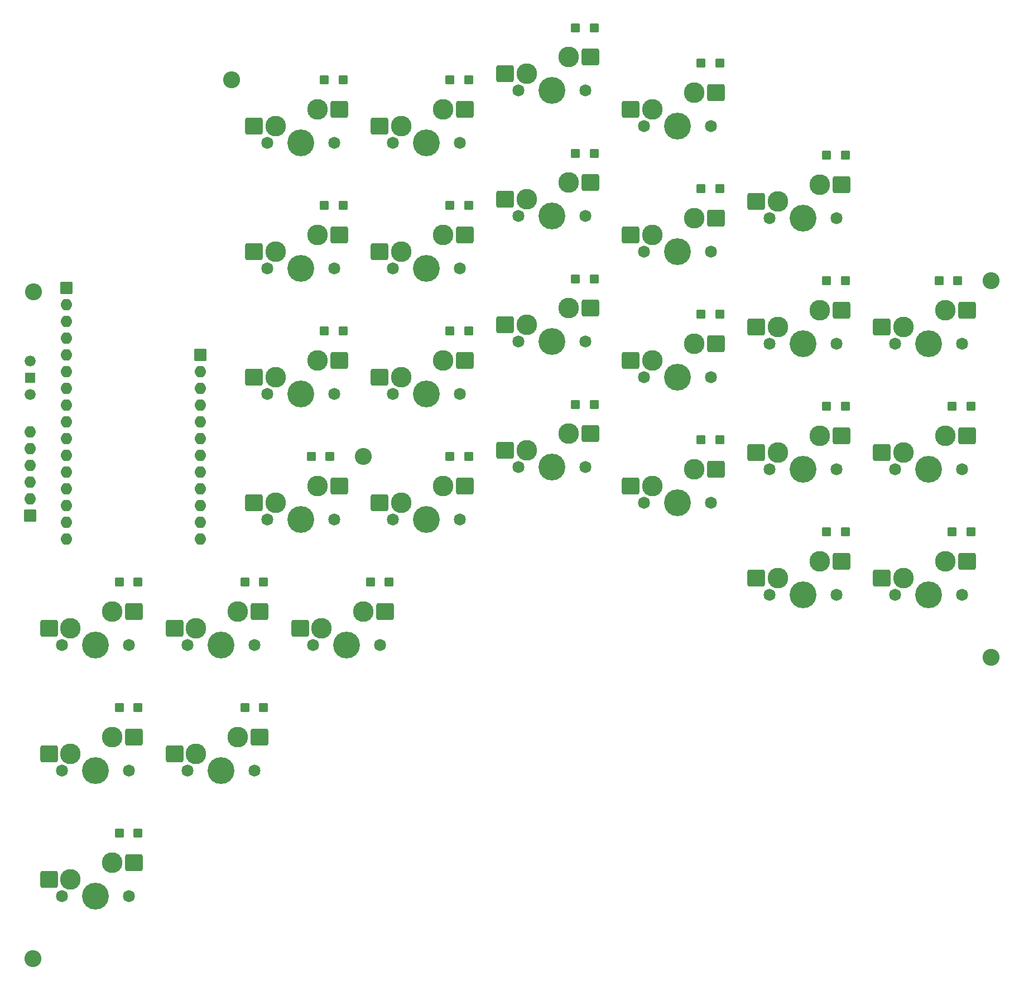
<source format=gbs>
G04 #@! TF.GenerationSoftware,KiCad,Pcbnew,8.0.6-8.0.6-0~ubuntu24.04.1*
G04 #@! TF.CreationDate,2025-02-09T13:24:36-05:00*
G04 #@! TF.ProjectId,keybird_right,6b657962-6972-4645-9f72-696768742e6b,rev?*
G04 #@! TF.SameCoordinates,Original*
G04 #@! TF.FileFunction,Soldermask,Bot*
G04 #@! TF.FilePolarity,Negative*
%FSLAX46Y46*%
G04 Gerber Fmt 4.6, Leading zero omitted, Abs format (unit mm)*
G04 Created by KiCad (PCBNEW 8.0.6-8.0.6-0~ubuntu24.04.1) date 2025-02-09 13:24:36*
%MOMM*%
%LPD*%
G01*
G04 APERTURE LIST*
G04 Aperture macros list*
%AMRoundRect*
0 Rectangle with rounded corners*
0 $1 Rounding radius*
0 $2 $3 $4 $5 $6 $7 $8 $9 X,Y pos of 4 corners*
0 Add a 4 corners polygon primitive as box body*
4,1,4,$2,$3,$4,$5,$6,$7,$8,$9,$2,$3,0*
0 Add four circle primitives for the rounded corners*
1,1,$1+$1,$2,$3*
1,1,$1+$1,$4,$5*
1,1,$1+$1,$6,$7*
1,1,$1+$1,$8,$9*
0 Add four rect primitives between the rounded corners*
20,1,$1+$1,$2,$3,$4,$5,0*
20,1,$1+$1,$4,$5,$6,$7,0*
20,1,$1+$1,$6,$7,$8,$9,0*
20,1,$1+$1,$8,$9,$2,$3,0*%
G04 Aperture macros list end*
%ADD10RoundRect,0.038000X-0.850000X-0.850000X0.850000X-0.850000X0.850000X0.850000X-0.850000X0.850000X0*%
%ADD11O,1.776000X1.776000*%
%ADD12C,1.826000*%
%ADD13C,3.126000*%
%ADD14C,4.076000*%
%ADD15RoundRect,0.257600X-1.055400X-1.030400X1.055400X-1.030400X1.055400X1.030400X-1.055400X1.030400X0*%
%ADD16RoundRect,0.038000X-0.600000X-0.600000X0.600000X-0.600000X0.600000X0.600000X-0.600000X0.600000X0*%
%ADD17C,2.576000*%
%ADD18RoundRect,0.038000X0.750000X-0.750000X0.750000X0.750000X-0.750000X0.750000X-0.750000X-0.750000X0*%
%ADD19C,1.676000*%
%ADD20RoundRect,0.038000X0.850000X0.850000X-0.850000X0.850000X-0.850000X-0.850000X0.850000X-0.850000X0*%
G04 APERTURE END LIST*
D10*
X129295000Y-85525000D03*
D11*
X129295000Y-88065000D03*
X129295000Y-90605000D03*
X129295000Y-93145000D03*
X129295000Y-95685000D03*
X129295000Y-98225000D03*
X129295000Y-100765000D03*
X129295000Y-103305000D03*
X129295000Y-105845000D03*
X129295000Y-108385000D03*
X129295000Y-110925000D03*
X129295000Y-113465000D03*
D10*
X109000000Y-75375000D03*
D11*
X109000000Y-77915000D03*
X109000000Y-80455000D03*
X109000000Y-82995000D03*
X109000000Y-85535000D03*
X109000000Y-88075000D03*
X109000000Y-90615000D03*
X109000000Y-93155000D03*
X109000000Y-95695000D03*
X109000000Y-98235000D03*
X109000000Y-100775000D03*
X109000000Y-103315000D03*
X109000000Y-105855000D03*
X109000000Y-108395000D03*
X109000000Y-110935000D03*
X109000000Y-113475000D03*
D12*
X234695050Y-102855000D03*
D13*
X235965050Y-100315000D03*
D14*
X239775050Y-102855000D03*
D13*
X242315050Y-97775000D03*
D12*
X244855050Y-102855000D03*
D15*
X232690050Y-100315000D03*
X245617050Y-97775000D03*
D12*
X139445050Y-91425000D03*
D13*
X140715050Y-88885000D03*
D14*
X144525050Y-91425000D03*
D13*
X147065050Y-86345000D03*
D12*
X149605050Y-91425000D03*
D15*
X137440050Y-88885000D03*
X150367050Y-86345000D03*
D12*
X215645050Y-83805000D03*
D13*
X216915050Y-81265000D03*
D14*
X220725050Y-83805000D03*
D13*
X223265050Y-78725000D03*
D12*
X225805050Y-83805000D03*
D15*
X213640050Y-81265000D03*
X226567050Y-78725000D03*
D12*
X139445050Y-110475000D03*
D13*
X140715050Y-107935000D03*
D14*
X144525050Y-110475000D03*
D13*
X147065050Y-105395000D03*
D12*
X149605050Y-110475000D03*
D15*
X137440050Y-107935000D03*
X150367050Y-105395000D03*
D12*
X146430050Y-129525000D03*
D13*
X147700050Y-126985000D03*
D14*
X151510050Y-129525000D03*
D13*
X154050050Y-124445000D03*
D12*
X156590050Y-129525000D03*
D15*
X144425050Y-126985000D03*
X157352050Y-124445000D03*
D12*
X177545050Y-83487500D03*
D13*
X178815050Y-80947500D03*
D14*
X182625050Y-83487500D03*
D13*
X185165050Y-78407500D03*
D12*
X187705050Y-83487500D03*
D15*
X175540050Y-80947500D03*
X188467050Y-78407500D03*
D12*
X158495050Y-110475000D03*
D13*
X159765050Y-107935000D03*
D14*
X163575050Y-110475000D03*
D13*
X166115050Y-105395000D03*
D12*
X168655050Y-110475000D03*
D15*
X156490050Y-107935000D03*
X169417050Y-105395000D03*
D12*
X196595050Y-107935000D03*
D13*
X197865050Y-105395000D03*
D14*
X201675050Y-107935000D03*
D13*
X204215050Y-102855000D03*
D12*
X206755050Y-107935000D03*
D15*
X194590050Y-105395000D03*
X207517050Y-102855000D03*
D12*
X158495050Y-72375000D03*
D13*
X159765050Y-69835000D03*
D14*
X163575050Y-72375000D03*
D13*
X166115050Y-67295000D03*
D12*
X168655050Y-72375000D03*
D15*
X156490050Y-69835000D03*
X169417050Y-67295000D03*
D12*
X196595050Y-88885000D03*
D13*
X197865050Y-86345000D03*
D14*
X201675050Y-88885000D03*
D13*
X204215050Y-83805000D03*
D12*
X206755050Y-88885000D03*
D15*
X194590050Y-86345000D03*
X207517050Y-83805000D03*
D12*
X177545050Y-45387500D03*
D13*
X178815050Y-42847500D03*
D14*
X182625050Y-45387500D03*
D13*
X185165050Y-40307500D03*
D12*
X187705050Y-45387500D03*
D15*
X175540050Y-42847500D03*
X188467050Y-40307500D03*
D12*
X139445050Y-72375000D03*
D13*
X140715050Y-69835000D03*
D14*
X144525050Y-72375000D03*
D13*
X147065050Y-67295000D03*
D12*
X149605050Y-72375000D03*
D15*
X137440050Y-69835000D03*
X150367050Y-67295000D03*
D12*
X215645050Y-64755000D03*
D13*
X216915050Y-62215000D03*
D14*
X220725050Y-64755000D03*
D13*
X223265050Y-59675000D03*
D12*
X225805050Y-64755000D03*
D15*
X213640050Y-62215000D03*
X226567050Y-59675000D03*
D12*
X234695050Y-83805000D03*
D13*
X235965050Y-81265000D03*
D14*
X239775050Y-83805000D03*
D13*
X242315050Y-78725000D03*
D12*
X244855050Y-83805000D03*
D15*
X232690050Y-81265000D03*
X245617050Y-78725000D03*
D12*
X127380050Y-148575000D03*
D13*
X128650050Y-146035000D03*
D14*
X132460050Y-148575000D03*
D13*
X135000050Y-143495000D03*
D12*
X137540050Y-148575000D03*
D15*
X125375050Y-146035000D03*
X138302050Y-143495000D03*
D12*
X215645050Y-121905000D03*
D13*
X216915050Y-119365000D03*
D14*
X220725050Y-121905000D03*
D13*
X223265050Y-116825000D03*
D12*
X225805050Y-121905000D03*
D15*
X213640050Y-119365000D03*
X226567050Y-116825000D03*
D12*
X234695050Y-121905000D03*
D13*
X235965050Y-119365000D03*
D14*
X239775050Y-121905000D03*
D13*
X242315050Y-116825000D03*
D12*
X244855050Y-121905000D03*
D15*
X232690050Y-119365000D03*
X245617050Y-116825000D03*
D12*
X127380050Y-129525000D03*
D13*
X128650050Y-126985000D03*
D14*
X132460050Y-129525000D03*
D13*
X135000050Y-124445000D03*
D12*
X137540050Y-129525000D03*
D15*
X125375050Y-126985000D03*
X138302050Y-124445000D03*
D12*
X177545050Y-64437500D03*
D13*
X178815050Y-61897500D03*
D14*
X182625050Y-64437500D03*
D13*
X185165050Y-59357500D03*
D12*
X187705050Y-64437500D03*
D15*
X175540050Y-61897500D03*
X188467050Y-59357500D03*
D12*
X158495050Y-91425000D03*
D13*
X159765050Y-88885000D03*
D14*
X163575050Y-91425000D03*
D13*
X166115050Y-86345000D03*
D12*
X168655050Y-91425000D03*
D15*
X156490050Y-88885000D03*
X169417050Y-86345000D03*
D12*
X196595050Y-69835000D03*
D13*
X197865050Y-67295000D03*
D14*
X201675050Y-69835000D03*
D13*
X204215050Y-64755000D03*
D12*
X206755050Y-69835000D03*
D15*
X194590050Y-67295000D03*
X207517050Y-64755000D03*
D12*
X196595050Y-50785000D03*
D13*
X197865050Y-48245000D03*
D14*
X201675050Y-50785000D03*
D13*
X204215050Y-45705000D03*
D12*
X206755050Y-50785000D03*
D15*
X194590050Y-48245000D03*
X207517050Y-45705000D03*
D12*
X108330050Y-148575000D03*
D13*
X109600050Y-146035000D03*
D14*
X113410050Y-148575000D03*
D13*
X115950050Y-143495000D03*
D12*
X118490050Y-148575000D03*
D15*
X106325050Y-146035000D03*
X119252050Y-143495000D03*
D12*
X108330050Y-129525000D03*
D13*
X109600050Y-126985000D03*
D14*
X113410050Y-129525000D03*
D13*
X115950050Y-124445000D03*
D12*
X118490050Y-129525000D03*
D15*
X106325050Y-126985000D03*
X119252050Y-124445000D03*
D12*
X158495000Y-53325000D03*
D13*
X159765000Y-50785000D03*
D14*
X163575000Y-53325000D03*
D13*
X166115000Y-48245000D03*
D12*
X168655000Y-53325000D03*
D15*
X156490000Y-50785000D03*
X169417000Y-48245000D03*
D12*
X177545050Y-102537500D03*
D13*
X178815050Y-99997500D03*
D14*
X182625050Y-102537500D03*
D13*
X185165050Y-97457500D03*
D12*
X187705050Y-102537500D03*
D15*
X175540050Y-99997500D03*
X188467050Y-97457500D03*
D12*
X139445000Y-53325000D03*
D13*
X140715000Y-50785000D03*
D14*
X144525000Y-53325000D03*
D13*
X147065000Y-48245000D03*
D12*
X149605000Y-53325000D03*
D15*
X137440000Y-50785000D03*
X150367000Y-48245000D03*
D12*
X108330050Y-167625000D03*
D13*
X109600050Y-165085000D03*
D14*
X113410050Y-167625000D03*
D13*
X115950050Y-162545000D03*
D12*
X118490050Y-167625000D03*
D15*
X106325050Y-165085000D03*
X119252050Y-162545000D03*
D12*
X215645050Y-102855000D03*
D13*
X216915050Y-100315000D03*
D14*
X220725050Y-102855000D03*
D13*
X223265050Y-97775000D03*
D12*
X225805050Y-102855000D03*
D15*
X213640050Y-100315000D03*
X226567050Y-97775000D03*
D16*
X224325050Y-112380000D03*
X227125050Y-112380000D03*
D17*
X154050050Y-100950000D03*
D16*
X186225050Y-54912500D03*
X189025050Y-54912500D03*
X205275050Y-41260000D03*
X208075050Y-41260000D03*
X186225050Y-93012500D03*
X189025050Y-93012500D03*
X167175050Y-62850000D03*
X169975050Y-62850000D03*
X167175000Y-43800000D03*
X169975000Y-43800000D03*
X224325050Y-74280000D03*
X227125050Y-74280000D03*
D17*
X249300000Y-131430000D03*
D16*
X224325050Y-55230000D03*
X227125050Y-55230000D03*
X205275050Y-98410000D03*
X208075050Y-98410000D03*
X243375050Y-93330000D03*
X246175050Y-93330000D03*
D17*
X249300000Y-74280000D03*
D16*
X117010050Y-120000000D03*
X119810050Y-120000000D03*
X146125050Y-100950000D03*
X148925050Y-100950000D03*
X205275050Y-79360000D03*
X208075050Y-79360000D03*
X148125050Y-62850000D03*
X150925050Y-62850000D03*
X186225050Y-35862500D03*
X189025050Y-35862500D03*
X136060050Y-120000000D03*
X138860050Y-120000000D03*
X243375050Y-112380000D03*
X246175050Y-112380000D03*
X224325050Y-93330000D03*
X227125050Y-93330000D03*
D18*
X103500000Y-88960000D03*
D19*
X103500000Y-91500000D03*
X103500000Y-86420000D03*
D17*
X134000000Y-43800000D03*
D16*
X155110050Y-120000000D03*
X157910050Y-120000000D03*
D20*
X103500000Y-109850000D03*
D11*
X103500000Y-107310000D03*
X103500000Y-104770000D03*
X103500000Y-102230000D03*
X103500000Y-99690000D03*
X103500000Y-97150000D03*
D17*
X103885000Y-177150000D03*
D16*
X136060050Y-139050000D03*
X138860050Y-139050000D03*
X167175050Y-100950000D03*
X169975050Y-100950000D03*
X186225050Y-73962500D03*
X189025050Y-73962500D03*
X148125000Y-43800000D03*
X150925000Y-43800000D03*
X205275050Y-60310000D03*
X208075050Y-60310000D03*
X148125050Y-81900000D03*
X150925050Y-81900000D03*
D17*
X103940083Y-75962305D03*
D16*
X117010050Y-158100000D03*
X119810050Y-158100000D03*
X167175050Y-81900000D03*
X169975050Y-81900000D03*
X241375050Y-74280000D03*
X244175050Y-74280000D03*
X117010050Y-139050000D03*
X119810050Y-139050000D03*
M02*

</source>
